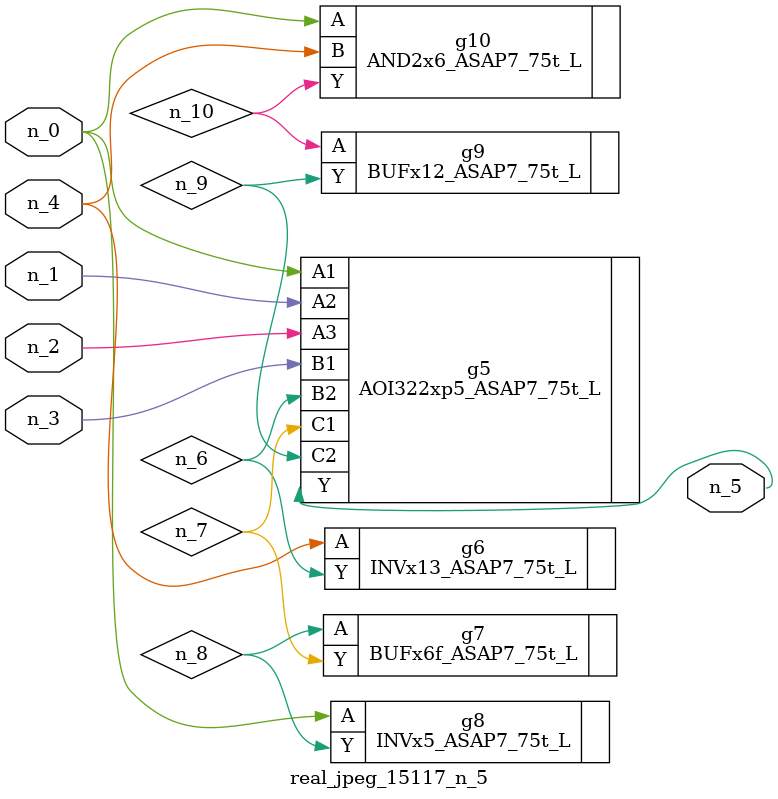
<source format=v>
module real_jpeg_15117_n_5 (n_4, n_0, n_1, n_2, n_3, n_5);

input n_4;
input n_0;
input n_1;
input n_2;
input n_3;

output n_5;

wire n_8;
wire n_6;
wire n_7;
wire n_10;
wire n_9;

AOI322xp5_ASAP7_75t_L g5 ( 
.A1(n_0),
.A2(n_1),
.A3(n_2),
.B1(n_3),
.B2(n_6),
.C1(n_7),
.C2(n_9),
.Y(n_5)
);

INVx5_ASAP7_75t_L g8 ( 
.A(n_0),
.Y(n_8)
);

AND2x6_ASAP7_75t_L g10 ( 
.A(n_0),
.B(n_4),
.Y(n_10)
);

INVx13_ASAP7_75t_L g6 ( 
.A(n_4),
.Y(n_6)
);

BUFx6f_ASAP7_75t_L g7 ( 
.A(n_8),
.Y(n_7)
);

BUFx12_ASAP7_75t_L g9 ( 
.A(n_10),
.Y(n_9)
);


endmodule
</source>
